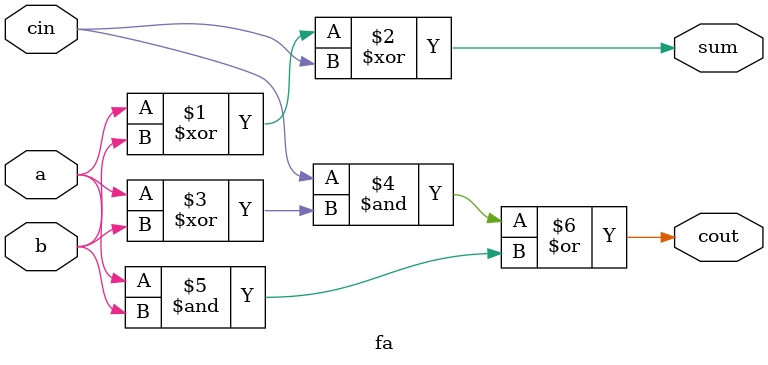
<source format=v>
`timescale 1ns / 1ps

module fa(
    a,
    b,
    cin,
    sum,
    cout
    );

    input a, b, cin;
    output sum, cout;
    
    assign sum = (a ^ b) ^ cin;
    assign cout = (cin & (a ^ b)) | (a & b);


endmodule

</source>
